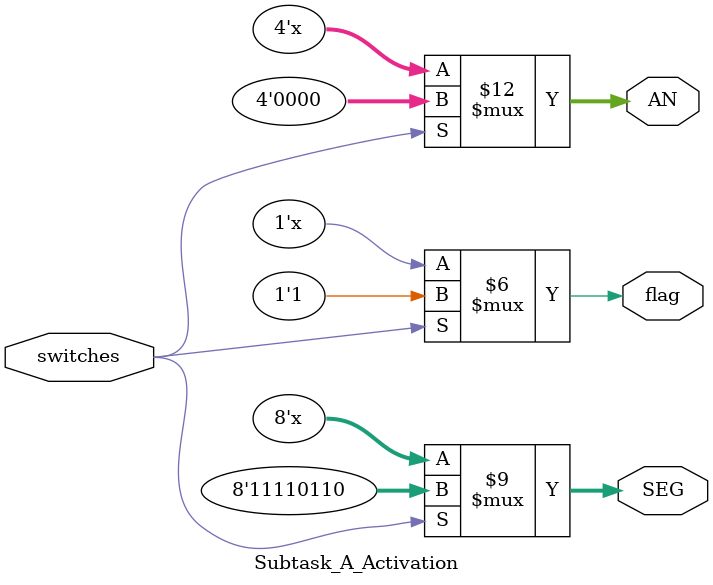
<source format=v>
`timescale 1ns / 1ps


module Subtask_A_Activation(
    input switches, //switch inputs that will be turned on
    output reg [3:0] AN,
    output reg [7:0] SEG,
    output reg flag = 0 // flag to mark completion of subtask to move to next one
    );
    
    // initializing to no display
    initial begin
        AN = 4'b1111;
        SEG = 8'b11111111;
    end
    
    // when switches are turned on, two lines across the 7 segment
    always @ (*) begin
        if (switches == 1) 
        begin
            AN = 4'b0000;
            SEG = 8'b11110110;
            flag = 1;
        end
    end
endmodule
</source>
